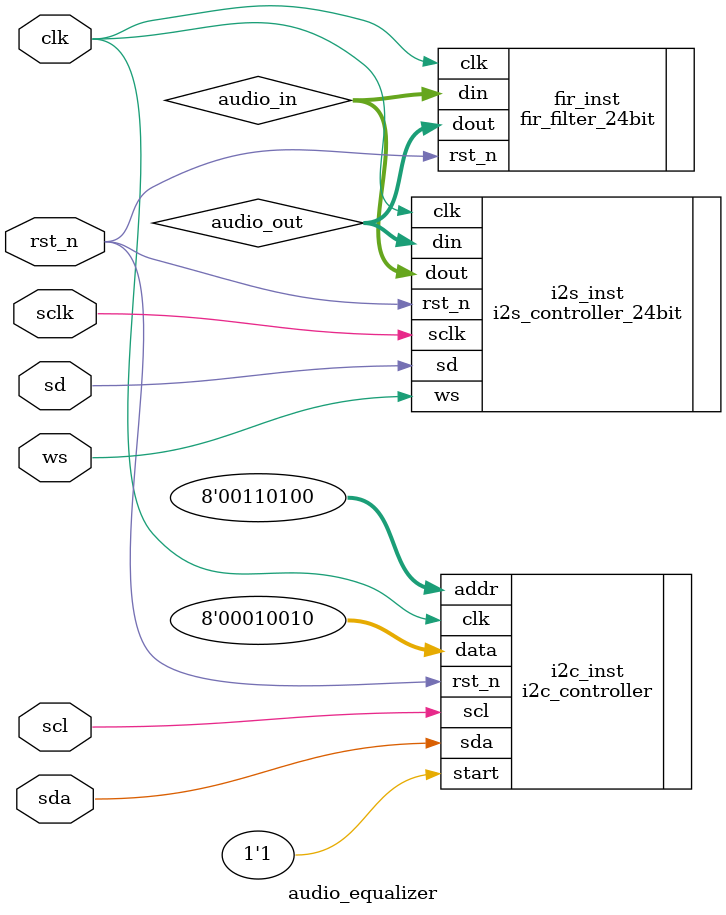
<source format=sv>
module audio_equalizer (
    input logic clk,
    input logic rst_n,
    input logic ws,     // Word Select
    input logic sclk,   // Serial Clock
    inout logic sda,
    scl,  // I2C signals
    inout logic sd      // I2S signal
);
  logic [23:0] audio_in, audio_out;

  // I2C controller instance for codec configuration
  i2c_controller i2c_inst (
      .clk  (clk),
      .rst_n(rst_n),
      .start(1'b1),
      .addr (8'h34),  // Example address
      .data (8'h12),  // Example data
      .scl  (scl),
      .sda  (sda)
  );

  // I2S controller instance for 24-bit audio
  i2s_controller_24bit i2s_inst (
      .clk(clk),
      .rst_n(rst_n),
      .din(audio_out),
      .dout(audio_in),
      .ws(ws),
      .sclk(sclk),
      .sd(sd)
  );

  // FIR filter instance for 24-bit equalizer
  fir_filter_24bit #(
      .TAPS(5)
  ) fir_inst (
      .clk  (clk),
      .rst_n(rst_n),
      .din  (audio_in),
      .dout (audio_out)
  );
endmodule

</source>
